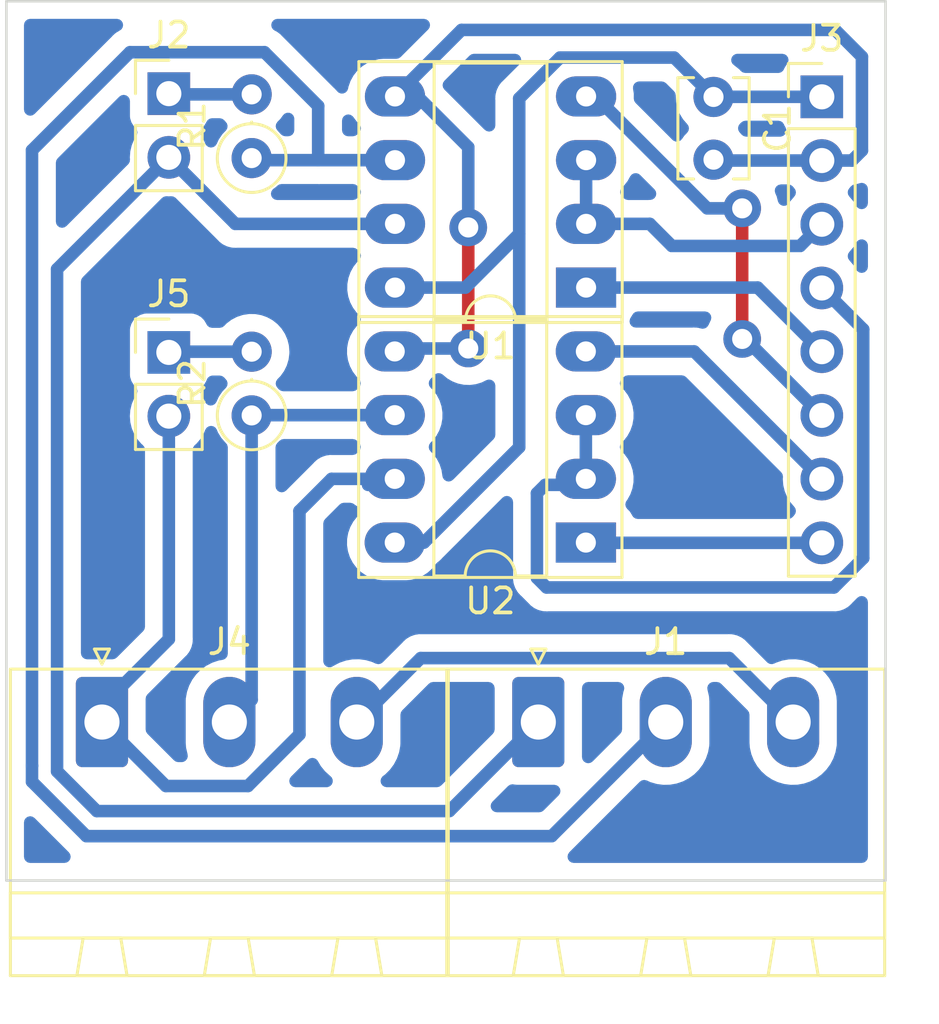
<source format=kicad_pcb>
(kicad_pcb (version 20211014) (generator pcbnew)
  (layers (0 "F.Cu" signal) (31 "B.Cu" signal) (34 "B.Paste" user) (35 "F.Paste" user) (36 "B.SilkS" user "B.Silkscreen") (37 "F.SilkS" user "F.Silkscreen") (38 "B.Mask" user) (39 "F.Mask" user) (44 "Edge.Cuts" user))
  (net 0 "")
  (net 1 "+5V")
  (net 2 "GND")
  (net 3 "Net-(J1-Pad1)")
  (net 4 "Net-(J1-Pad2)")
  (net 5 "Earth_Protective")
  (net 6 "Net-(J2-Pad1)")
  (net 7 "/DE0")
  (net 8 "/DE1")
  (net 9 "/RX0")
  (net 10 "/TX0")
  (net 11 "/TX1")
  (net 12 "/RX1")
  (net 13 "Net-(J4-Pad1)")
  (net 14 "Net-(J4-Pad2)")
  (net 15 "Net-(J5-Pad1)")
  (footprint "Resistor_THT:R_Axial_DIN0207_L6.3mm_D2.5mm_P2.54mm_Vertical" (layer "F.Cu") (at 111.887 81.944 90)
    (fp_text reference "R1" (at 1.27 -2.37 90) (layer "F.SilkS"))
    (fp_text value "150")
    (fp_line (start 1.37 0) (end 1.44 0) (layer "F.SilkS") (width 0.12))
    (fp_circle (center 0 0) (end 1.37 0) (layer "F.SilkS") (width 0.12) (fill none))
    (pad "1" thru_hole circle (at 0 0 90) (size 1.6 1.6) (drill 0.8) (layers *.Cu *.Mask) (net 4 "Net-(J1-Pad2)"))
    (pad "2" thru_hole oval (at 2.54 0 90) (size 1.6 1.6) (drill 0.8) (layers *.Cu *.Mask) (net 6 "Net-(J2-Pad1)"))
  )
  (footprint "Package_DIP:DIP-8_W7.62mm_Socket_LongPads" (layer "F.Cu") (at 125.212 97.272 180)
    (fp_text reference "U2" (at 3.81 -2.33) (layer "F.SilkS"))
    (fp_text value "SN75176AP")
    (fp_line (start 1.56 -1.33) (end 1.56 8.95) (layer "F.SilkS") (width 0.12))
    (fp_line (start 9.06 9.01) (end 9.06 -1.39) (layer "F.SilkS") (width 0.12))
    (fp_line (start 6.06 8.95) (end 6.06 -1.33) (layer "F.SilkS") (width 0.12))
    (fp_line (start -1.44 9.01) (end 9.06 9.01) (layer "F.SilkS") (width 0.12))
    (fp_line (start 2.81 -1.33) (end 1.56 -1.33) (layer "F.SilkS") (width 0.12))
    (fp_line (start -1.44 -1.39) (end -1.44 9.01) (layer "F.SilkS") (width 0.12))
    (fp_line (start 1.56 8.95) (end 6.06 8.95) (layer "F.SilkS") (width 0.12))
    (fp_line (start 6.06 -1.33) (end 4.81 -1.33) (layer "F.SilkS") (width 0.12))
    (fp_line (start 9.06 -1.39) (end -1.44 -1.39) (layer "F.SilkS") (width 0.12))
    (fp_arc (start 4.81 -1.33) (mid 3.81 -0.33) (end 2.81 -1.33) (layer "F.SilkS") (width 0.12))
    (pad "1" thru_hole rect (at 0 0 180) (size 2.4 1.6) (drill 0.8) (layers *.Cu *.Mask) (net 12 "/RX1"))
    (pad "2" thru_hole oval (at 0 2.54 180) (size 2.4 1.6) (drill 0.8) (layers *.Cu *.Mask) (net 8 "/DE1"))
    (pad "3" thru_hole oval (at 0 5.08 180) (size 2.4 1.6) (drill 0.8) (layers *.Cu *.Mask) (net 8 "/DE1"))
    (pad "4" thru_hole oval (at 0 7.62 180) (size 2.4 1.6) (drill 0.8) (layers *.Cu *.Mask) (net 11 "/TX1"))
    (pad "5" thru_hole oval (at 7.62 7.62 180) (size 2.4 1.6) (drill 0.8) (layers *.Cu *.Mask) (net 2 "GND"))
    (pad "6" thru_hole oval (at 7.62 5.08 180) (size 2.4 1.6) (drill 0.8) (layers *.Cu *.Mask) (net 14 "Net-(J4-Pad2)"))
    (pad "7" thru_hole oval (at 7.62 2.54 180) (size 2.4 1.6) (drill 0.8) (layers *.Cu *.Mask) (net 13 "Net-(J4-Pad1)"))
    (pad "8" thru_hole oval (at 7.62 0 180) (size 2.4 1.6) (drill 0.8) (layers *.Cu *.Mask) (net 1 "+5V"))
  )
  (footprint "Connector_Phoenix_MSTB:PhoenixContact_MSTBA_2,5_3-G-5,08_1x03_P5.08mm_Horizontal" (layer "F.Cu") (at 123.317 104.4265)
    (fp_text reference "J1" (at 5.08 -3.2) (layer "F.SilkS"))
    (fp_text value "RS485 (net0)")
    (fp_line (start 13.81 8.61) (end -3.65 8.61) (layer "F.SilkS") (width 0.12))
    (fp_line (start -3.65 8.61) (end -3.65 6.81) (layer "F.SilkS") (width 0.12))
    (fp_line (start 4.08 10.11) (end 6.08 10.11) (layer "F.SilkS") (width 0.12))
    (fp_line (start 4.33 8.61) (end 4.08 10.11) (layer "F.SilkS") (width 0.12))
    (fp_line (start 0.3 -2.91) (end 0 -2.31) (layer "F.SilkS") (width 0.12))
    (fp_line (start 0 -2.31) (end -0.3 -2.91) (layer "F.SilkS") (width 0.12))
    (fp_line (start 13.81 -2.11) (end -3.65 -2.11) (layer "F.SilkS") (width 0.12))
    (fp_line (start 0.75 8.61) (end -0.75 8.61) (layer "F.SilkS") (width 0.12))
    (fp_line (start -0.75 8.61) (end -1 10.11) (layer "F.SilkS") (width 0.12))
    (fp_line (start 9.41 8.61) (end 9.16 10.11) (layer "F.SilkS") (width 0.12))
    (fp_line (start -3.65 10.11) (end 13.81 10.11) (layer "F.SilkS") (width 0.12))
    (fp_line (start -0.3 -2.91) (end 0.3 -2.91) (layer "F.SilkS") (width 0.12))
    (fp_line (start 9.16 10.11) (end 11.16 10.11) (layer "F.SilkS") (width 0.12))
    (fp_line (start 5.83 8.61) (end 4.33 8.61) (layer "F.SilkS") (width 0.12))
    (fp_line (start 10.91 8.61) (end 9.41 8.61) (layer "F.SilkS") (width 0.12))
    (fp_line (start 11.16 10.11) (end 10.91 8.61) (layer "F.SilkS") (width 0.12))
    (fp_line (start 1 10.11) (end 0.75 8.61) (layer "F.SilkS") (width 0.12))
    (fp_line (start 13.81 10.11) (end 13.81 -2.11) (layer "F.SilkS") (width 0.12))
    (fp_line (start -1 10.11) (end 1 10.11) (layer "F.SilkS") (width 0.12))
    (fp_line (start -3.65 6.81) (end 13.81 6.81) (layer "F.SilkS") (width 0.12))
    (fp_line (start 13.81 6.81) (end 13.81 8.61) (layer "F.SilkS") (width 0.12))
    (fp_line (start 6.08 10.11) (end 5.83 8.61) (layer "F.SilkS") (width 0.12))
    (fp_line (start -3.65 -2.11) (end -3.65 10.11) (layer "F.SilkS") (width 0.12))
    (pad "1" thru_hole roundrect (at 0 0) (size 2.08 3.6) (drill 1.4) (layers *.Cu *.Mask) (roundrect_rratio 0.120192) (net 3 "Net-(J1-Pad1)"))
    (pad "2" thru_hole oval (at 5.08 0) (size 2.08 3.6) (drill 1.4) (layers *.Cu *.Mask) (net 4 "Net-(J1-Pad2)"))
    (pad "3" thru_hole oval (at 10.16 0) (size 2.08 3.6) (drill 1.4) (layers *.Cu *.Mask) (net 5 "Earth_Protective"))
  )
  (footprint "Resistor_THT:R_Axial_DIN0207_L6.3mm_D2.5mm_P2.54mm_Vertical" (layer "F.Cu") (at 111.887 92.202 90)
    (fp_text reference "R2" (at 1.27 -2.37 90) (layer "F.SilkS"))
    (fp_text value "150")
    (fp_line (start 1.37 0) (end 1.44 0) (layer "F.SilkS") (width 0.12))
    (fp_circle (center 0 0) (end 1.37 0) (layer "F.SilkS") (width 0.12) (fill none))
    (pad "1" thru_hole circle (at 0 0 90) (size 1.6 1.6) (drill 0.8) (layers *.Cu *.Mask) (net 14 "Net-(J4-Pad2)"))
    (pad "2" thru_hole oval (at 2.54 0 90) (size 1.6 1.6) (drill 0.8) (layers *.Cu *.Mask) (net 15 "Net-(J5-Pad1)"))
  )
  (footprint "Connector_Phoenix_MSTB:PhoenixContact_MSTBA_2,5_3-G-5,08_1x03_P5.08mm_Horizontal" (layer "F.Cu") (at 105.918 104.4265)
    (fp_text reference "J4" (at 5.08 -3.2) (layer "F.SilkS"))
    (fp_text value "RS485 (net1)")
    (fp_line (start 13.81 -2.11) (end -3.65 -2.11) (layer "F.SilkS") (width 0.12))
    (fp_line (start 9.41 8.61) (end 9.16 10.11) (layer "F.SilkS") (width 0.12))
    (fp_line (start 13.81 8.61) (end -3.65 8.61) (layer "F.SilkS") (width 0.12))
    (fp_line (start -3.65 -2.11) (end -3.65 10.11) (layer "F.SilkS") (width 0.12))
    (fp_line (start -0.75 8.61) (end -1 10.11) (layer "F.SilkS") (width 0.12))
    (fp_line (start -3.65 10.11) (end 13.81 10.11) (layer "F.SilkS") (width 0.12))
    (fp_line (start 4.08 10.11) (end 6.08 10.11) (layer "F.SilkS") (width 0.12))
    (fp_line (start -0.3 -2.91) (end 0.3 -2.91) (layer "F.SilkS") (width 0.12))
    (fp_line (start -1 10.11) (end 1 10.11) (layer "F.SilkS") (width 0.12))
    (fp_line (start 1 10.11) (end 0.75 8.61) (layer "F.SilkS") (width 0.12))
    (fp_line (start 0.3 -2.91) (end 0 -2.31) (layer "F.SilkS") (width 0.12))
    (fp_line (start 4.33 8.61) (end 4.08 10.11) (layer "F.SilkS") (width 0.12))
    (fp_line (start 11.16 10.11) (end 10.91 8.61) (layer "F.SilkS") (width 0.12))
    (fp_line (start 6.08 10.11) (end 5.83 8.61) (layer "F.SilkS") (width 0.12))
    (fp_line (start 0.75 8.61) (end -0.75 8.61) (layer "F.SilkS") (width 0.12))
    (fp_line (start -3.65 6.81) (end 13.81 6.81) (layer "F.SilkS") (width 0.12))
    (fp_line (start 10.91 8.61) (end 9.41 8.61) (layer "F.SilkS") (width 0.12))
    (fp_line (start 5.83 8.61) (end 4.33 8.61) (layer "F.SilkS") (width 0.12))
    (fp_line (start 0 -2.31) (end -0.3 -2.91) (layer "F.SilkS") (width 0.12))
    (fp_line (start 13.81 6.81) (end 13.81 8.61) (layer "F.SilkS") (width 0.12))
    (fp_line (start 13.81 10.11) (end 13.81 -2.11) (layer "F.SilkS") (width 0.12))
    (fp_line (start -3.65 8.61) (end -3.65 6.81) (layer "F.SilkS") (width 0.12))
    (fp_line (start 9.16 10.11) (end 11.16 10.11) (layer "F.SilkS") (width 0.12))
    (pad "1" thru_hole roundrect (at 0 0) (size 2.08 3.6) (drill 1.4) (layers *.Cu *.Mask) (roundrect_rratio 0.120192) (net 13 "Net-(J4-Pad1)"))
    (pad "2" thru_hole oval (at 5.08 0) (size 2.08 3.6) (drill 1.4) (layers *.Cu *.Mask) (net 14 "Net-(J4-Pad2)"))
    (pad "3" thru_hole oval (at 10.16 0) (size 2.08 3.6) (drill 1.4) (layers *.Cu *.Mask) (net 5 "Earth_Protective"))
  )
  (footprint "Connector_PinHeader_2.54mm:PinHeader_1x08_P2.54mm_Vertical" (layer "F.Cu") (at 134.62 79.502)
    (fp_text reference "J3" (at 0 -2.33) (layer "F.SilkS"))
    (fp_text value "Conn_01x08")
    (fp_line (start -1.33 1.27) (end -1.33 19.11) (layer "F.SilkS") (width 0.12))
    (fp_line (start 1.33 1.27) (end 1.33 19.11) (layer "F.SilkS") (width 0.12))
    (fp_line (start -1.33 -1.33) (end 0 -1.33) (layer "F.SilkS") (width 0.12))
    (fp_line (start -1.33 1.27) (end 1.33 1.27) (layer "F.SilkS") (width 0.12))
    (fp_line (start -1.33 0) (end -1.33 -1.33) (layer "F.SilkS") (width 0.12))
    (fp_line (start -1.33 19.11) (end 1.33 19.11) (layer "F.SilkS") (width 0.12))
    (pad "1" thru_hole rect (at 0 0) (size 1.7 1.7) (drill 1) (layers *.Cu *.Mask) (net 1 "+5V"))
    (pad "2" thru_hole oval (at 0 2.54) (size 1.7 1.7) (drill 1) (layers *.Cu *.Mask) (net 2 "GND"))
    (pad "3" thru_hole oval (at 0 5.08) (size 1.7 1.7) (drill 1) (layers *.Cu *.Mask) (net 7 "/DE0"))
    (pad "4" thru_hole oval (at 0 7.62) (size 1.7 1.7) (drill 1) (layers *.Cu *.Mask) (net 8 "/DE1"))
    (pad "5" thru_hole oval (at 0 10.16) (size 1.7 1.7) (drill 1) (layers *.Cu *.Mask) (net 9 "/RX0"))
    (pad "6" thru_hole oval (at 0 12.7) (size 1.7 1.7) (drill 1) (layers *.Cu *.Mask) (net 10 "/TX0"))
    (pad "7" thru_hole oval (at 0 15.24) (size 1.7 1.7) (drill 1) (layers *.Cu *.Mask) (net 11 "/TX1"))
    (pad "8" thru_hole oval (at 0 17.78) (size 1.7 1.7) (drill 1) (layers *.Cu *.Mask) (net 12 "/RX1"))
  )
  (footprint "Package_DIP:DIP-8_W7.62mm_Socket_LongPads" (layer "F.Cu") (at 125.222 87.107 180)
    (fp_text reference "U1" (at 3.81 -2.33) (layer "F.SilkS"))
    (fp_text value "SN75176AP")
    (fp_line (start 9.06 -1.39) (end -1.44 -1.39) (layer "F.SilkS") (width 0.12))
    (fp_line (start -1.44 -1.39) (end -1.44 9.01) (layer "F.SilkS") (width 0.12))
    (fp_line (start 1.56 -1.33) (end 1.56 8.95) (layer "F.SilkS") (width 0.12))
    (fp_line (start 6.06 -1.33) (end 4.81 -1.33) (layer "F.SilkS") (width 0.12))
    (fp_line (start 6.06 8.95) (end 6.06 -1.33) (layer "F.SilkS") (width 0.12))
    (fp_line (start 2.81 -1.33) (end 1.56 -1.33) (layer "F.SilkS") (width 0.12))
    (fp_line (start 9.06 9.01) (end 9.06 -1.39) (layer "F.SilkS") (width 0.12))
    (fp_line (start 1.56 8.95) (end 6.06 8.95) (layer "F.SilkS") (width 0.12))
    (fp_line (start -1.44 9.01) (end 9.06 9.01) (layer "F.SilkS") (width 0.12))
    (fp_arc (start 4.81 -1.33) (mid 3.81 -0.33) (end 2.81 -1.33) (layer "F.SilkS") (width 0.12))
    (pad "1" thru_hole rect (at 0 0 180) (size 2.4 1.6) (drill 0.8) (layers *.Cu *.Mask) (net 9 "/RX0"))
    (pad "2" thru_hole oval (at 0 2.54 180) (size 2.4 1.6) (drill 0.8) (layers *.Cu *.Mask) (net 7 "/DE0"))
    (pad "3" thru_hole oval (at 0 5.08 180) (size 2.4 1.6) (drill 0.8) (layers *.Cu *.Mask) (net 7 "/DE0"))
    (pad "4" thru_hole oval (at 0 7.62 180) (size 2.4 1.6) (drill 0.8) (layers *.Cu *.Mask) (net 10 "/TX0"))
    (pad "5" thru_hole oval (at 7.62 7.62 180) (size 2.4 1.6) (drill 0.8) (layers *.Cu *.Mask) (net 2 "GND"))
    (pad "6" thru_hole oval (at 7.62 5.08 180) (size 2.4 1.6) (drill 0.8) (layers *.Cu *.Mask) (net 4 "Net-(J1-Pad2)"))
    (pad "7" thru_hole oval (at 7.62 2.54 180) (size 2.4 1.6) (drill 0.8) (layers *.Cu *.Mask) (net 3 "Net-(J1-Pad1)"))
    (pad "8" thru_hole oval (at 7.62 0 180) (size 2.4 1.6) (drill 0.8) (layers *.Cu *.Mask) (net 1 "+5V"))
  )
  (footprint "Connector_PinHeader_2.54mm:PinHeader_1x02_P2.54mm_Vertical" (layer "F.Cu") (at 108.585 89.691)
    (fp_text reference "J5" (at 0 -2.33) (layer "F.SilkS"))
    (fp_text value "terminal")
    (fp_line (start -1.33 1.27) (end 1.33 1.27) (layer "F.SilkS") (width 0.12))
    (fp_line (start -1.33 1.27) (end -1.33 3.87) (layer "F.SilkS") (width 0.12))
    (fp_line (start 1.33 1.27) (end 1.33 3.87) (layer "F.SilkS") (width 0.12))
    (fp_line (start -1.33 -1.33) (end 0 -1.33) (layer "F.SilkS") (width 0.12))
    (fp_line (start -1.33 0) (end -1.33 -1.33) (layer "F.SilkS") (width 0.12))
    (fp_line (start -1.33 3.87) (end 1.33 3.87) (layer "F.SilkS") (width 0.12))
    (pad "1" thru_hole rect (at 0 0) (size 1.7 1.7) (drill 1) (layers *.Cu *.Mask) (net 15 "Net-(J5-Pad1)"))
    (pad "2" thru_hole oval (at 0 2.54) (size 1.7 1.7) (drill 1) (layers *.Cu *.Mask) (net 13 "Net-(J4-Pad1)"))
  )
  (footprint "Connector_PinHeader_2.54mm:PinHeader_1x02_P2.54mm_Vertical" (layer "F.Cu") (at 108.585 79.375)
    (fp_text reference "J2" (at 0 -2.33) (layer "F.SilkS"))
    (fp_text value "terminal")
    (fp_line (start -1.33 3.87) (end 1.33 3.87) (layer "F.SilkS") (width 0.12))
    (fp_line (start -1.33 1.27) (end -1.33 3.87) (layer "F.SilkS") (width 0.12))
    (fp_line (start -1.33 0) (end -1.33 -1.33) (layer "F.SilkS") (width 0.12))
    (fp_line (start -1.33 1.27) (end 1.33 1.27) (layer "F.SilkS") (width 0.12))
    (fp_line (start 1.33 1.27) (end 1.33 3.87) (layer "F.SilkS") (width 0.12))
    (fp_line (start -1.33 -1.33) (end 0 -1.33) (layer "F.SilkS") (width 0.12))
    (pad "1" thru_hole rect (at 0 0) (size 1.7 1.7) (drill 1) (layers *.Cu *.Mask) (net 6 "Net-(J2-Pad1)"))
    (pad "2" thru_hole oval (at 0 2.54) (size 1.7 1.7) (drill 1) (layers *.Cu *.Mask) (net 3 "Net-(J1-Pad1)"))
  )
  (footprint "Capacitor_THT:C_Disc_D3.8mm_W2.6mm_P2.50mm" (layer "F.Cu") (at 130.302 79.507 -90)
    (fp_text reference "C1" (at 1.25 -2.55 90) (layer "F.SilkS"))
    (fp_text value "100nF")
    (fp_line (start 3.27 0.795) (end 3.27 1.42) (layer "F.SilkS") (width 0.12))
    (fp_line (start -0.77 0.795) (end -0.77 1.42) (layer "F.SilkS") (width 0.12))
    (fp_line (start -0.77 -1.42) (end 3.27 -1.42) (layer "F.SilkS") (width 0.12))
    (fp_line (start -0.77 1.42) (end 3.27 1.42) (layer "F.SilkS") (width 0.12))
    (fp_line (start -0.77 -1.42) (end -0.77 -0.795) (layer "F.SilkS") (width 0.12))
    (fp_line (start 3.27 -1.42) (end 3.27 -0.795) (layer "F.SilkS") (width 0.12))
    (pad "1" thru_hole circle (at 0 0 270) (size 1.6 1.6) (drill 0.8) (layers *.Cu *.Mask) (net 1 "+5V"))
    (pad "2" thru_hole circle (at 2.5 0 270) (size 1.6 1.6) (drill 0.8) (layers *.Cu *.Mask) (net 2 "GND"))
  )
  (gr_line (start 137.16 75.692) (end 137.16 110.744) (layer "Edge.Cuts") (width 0.1))
  (gr_line (start 137.16 110.744) (end 102.108 110.744) (layer "Edge.Cuts") (width 0.1))
  (gr_line (start 102.108 75.692) (end 137.16 75.692) (layer "Edge.Cuts") (width 0.1))
  (gr_line (start 102.108 110.744) (end 102.108 75.692) (layer "Edge.Cuts") (width 0.1))
  (segment (start 117.592 97.511) (end 118.492 97.511) (width 0.5) (layer "B.Cu") (net 1))
  (segment (start 117.592 97.272) (end 118.755 97.272) (width 0.5) (layer "B.Cu") (net 1))
  (segment (start 134.62 79.502) (end 130.307 79.502) (width 0.5) (layer "B.Cu") (net 1))
  (segment (start 118.755 97.272) (end 122.555 93.472) (width 0.5) (layer "B.Cu") (net 1))
  (segment (start 122.555 93.472) (end 122.555 84.963) (width 0.5) (layer "B.Cu") (net 1))
  (segment (start 124.180168 77.93748) (end 122.555 79.562648) (width 0.5) (layer "B.Cu") (net 1))
  (segment (start 128.73248 77.93748) (end 124.180168 77.93748) (width 0.5) (layer "B.Cu") (net 1))
  (segment (start 130.302 79.507) (end 128.73248 77.93748) (width 0.5) (layer "B.Cu") (net 1))
  (segment (start 122.555 84.963) (end 120.411 87.107) (width 0.5) (layer "B.Cu") (net 1))
  (segment (start 122.555 79.562648) (end 122.555 84.963) (width 0.5) (layer "B.Cu") (net 1))
  (segment (start 130.307 79.502) (end 130.302 79.507) (width 0.5) (layer "B.Cu") (net 1))
  (segment (start 120.411 87.107) (end 117.602 87.107) (width 0.5) (layer "B.Cu") (net 1))
  (segment (start 117.592 97.511) (end 117.643352 97.511) (width 0.5) (layer "B.Cu") (net 1))
  (segment (start 120.523 89.535) (end 120.523 89.662) (width 0.5) (layer "F.Cu") (net 2))
  (segment (start 120.523 84.709) (end 120.523 89.535) (width 0.5) (layer "F.Cu") (net 2))
  (via (at 120.523 84.709) (size 1.5) (drill 0.8) (layers "F.Cu" "B.Cu") (net 2))
  (via (at 120.523 89.535) (size 1.5) (drill 0.8) (layers "F.Cu" "B.Cu") (net 2))
  (segment (start 135.152022 76.835) (end 120.254 76.835) (width 0.5) (layer "B.Cu") (net 2))
  (segment (start 117.709 89.535) (end 117.592 89.652) (width 0.5) (layer "B.Cu") (net 2))
  (segment (start 134.62 82.042) (end 130.337 82.042) (width 0.5) (layer "B.Cu") (net 2))
  (segment (start 136.219511 77.902489) (end 135.152022 76.835) (width 0.5) (layer "B.Cu") (net 2))
  (segment (start 120.523 89.535) (end 117.709 89.535) (width 0.5) (layer "B.Cu") (net 2))
  (segment (start 118.502 79.487) (end 117.602 79.487) (width 0.5) (layer "B.Cu") (net 2))
  (segment (start 120.523 81.508) (end 118.502 79.487) (width 0.5) (layer "B.Cu") (net 2))
  (segment (start 136.219511 81.64457) (end 136.219511 77.902489) (width 0.5) (layer "B.Cu") (net 2))
  (segment (start 135.822081 82.042) (end 136.219511 81.64457) (width 0.5) (layer "B.Cu") (net 2))
  (segment (start 134.62 82.042) (end 135.822081 82.042) (width 0.5) (layer "B.Cu") (net 2))
  (segment (start 120.523 84.709) (end 120.523 81.508) (width 0.5) (layer "B.Cu") (net 2))
  (segment (start 130.337 82.042) (end 130.302 82.007) (width 0.5) (layer "B.Cu") (net 2))
  (segment (start 120.254 76.835) (end 117.602 79.487) (width 0.5) (layer "B.Cu") (net 2))
  (segment (start 105.713504 107.975539) (end 119.767961 107.975539) (width 0.5) (layer "B.Cu") (net 3))
  (segment (start 117.602 84.567) (end 111.237 84.567) (width 0.5) (layer "B.Cu") (net 3))
  (segment (start 111.237 84.567) (end 108.585 81.915) (width 0.5) (layer "B.Cu") (net 3))
  (segment (start 119.767961 107.975539) (end 123.317 104.4265) (width 0.5) (layer "B.Cu") (net 3))
  (segment (start 104.12848 86.37152) (end 104.12848 106.390515) (width 0.5) (layer "B.Cu") (net 3))
  (segment (start 104.12848 106.390515) (end 105.713504 107.975539) (width 0.5) (layer "B.Cu") (net 3))
  (segment (start 108.585 81.915) (end 104.12848 86.37152) (width 0.5) (layer "B.Cu") (net 3))
  (segment (start 123.848441 108.975059) (end 128.397 104.4265) (width 0.5) (layer "B.Cu") (net 4))
  (segment (start 114.539 79.864659) (end 114.539 82.027) (width 0.5) (layer "B.Cu") (net 4))
  (segment (start 112.398341 77.724) (end 114.539 79.864659) (width 0.5) (layer "B.Cu") (net 4))
  (segment (start 103.128961 106.16953) (end 103.12896 106.16704) (width 0.5) (layer "B.Cu") (net 4))
  (segment (start 103.128961 106.80453) (end 105.29949 108.975059) (width 0.5) (layer "B.Cu") (net 4))
  (segment (start 111.97 82.027) (end 111.887 81.944) (width 0.5) (layer "B.Cu") (net 4))
  (segment (start 117.602 82.027) (end 111.97 82.027) (width 0.5) (layer "B.Cu") (net 4))
  (segment (start 103.12896 106.16704) (end 103.128961 106.80453) (width 0.5) (layer "B.Cu") (net 4))
  (segment (start 107.036978 77.724) (end 112.398341 77.724) (width 0.5) (layer "B.Cu") (net 4))
  (segment (start 103.12896 106.169529) (end 103.12896 81.632018) (width 0.5) (layer "B.Cu") (net 4))
  (segment (start 103.12896 81.632018) (end 107.036978 77.724) (width 0.5) (layer "B.Cu") (net 4))
  (segment (start 105.29949 108.975059) (end 123.848441 108.975059) (width 0.5) (layer "B.Cu") (net 4))
  (segment (start 118.62752 101.87698) (end 130.92748 101.87698) (width 0.5) (layer "B.Cu") (net 5))
  (segment (start 116.078 104.4265) (end 118.62752 101.87698) (width 0.5) (layer "B.Cu") (net 5))
  (segment (start 130.92748 101.87698) (end 133.477 104.4265) (width 0.5) (layer "B.Cu") (net 5))
  (segment (start 108.614 79.404) (end 108.585 79.375) (width 0.5) (layer "B.Cu") (net 6))
  (segment (start 111.887 79.404) (end 108.614 79.404) (width 0.5) (layer "B.Cu") (net 6))
  (segment (start 125.222 84.567) (end 125.222 82.027) (width 0.5) (layer "B.Cu") (net 7))
  (segment (start 127.762 84.567) (end 127.7695 84.5745) (width 0.5) (layer "B.Cu") (net 7))
  (segment (start 133.755489 85.446511) (end 128.641511 85.446511) (width 0.5) (layer "B.Cu") (net 7))
  (segment (start 125.237 84.582) (end 125.222 84.567) (width 0.5) (layer "B.Cu") (net 7))
  (segment (start 125.222 84.567) (end 127.762 84.567) (width 0.5) (layer "B.Cu") (net 7))
  (segment (start 134.62 84.582) (end 133.755489 85.446511) (width 0.5) (layer "B.Cu") (net 7))
  (segment (start 128.641511 85.446511) (end 127.7695 84.5745) (width 0.5) (layer "B.Cu") (net 7))
  (segment (start 125.222 84.567) (end 126.253 84.567) (width 0.5) (layer "B.Cu") (net 7))
  (segment (start 123.596 94.971) (end 125.212 94.971) (width 0.5) (layer "B.Cu") (net 8))
  (segment (start 123.644 99.060511) (end 123.262489 98.679) (width 0.5) (layer "B.Cu") (net 8))
  (segment (start 135.10354 99.060511) (end 123.644 99.060511) (width 0.5) (layer "B.Cu") (net 8))
  (segment (start 136.271 88.773) (end 136.271 97.893051) (width 0.5) (layer "B.Cu") (net 8))
  (segment (start 125.212 92.192) (end 125.212 94.732) (width 0.5) (layer "B.Cu") (net 8))
  (segment (start 123.262489 98.679) (end 123.262489 95.304511) (width 0.5) (layer "B.Cu") (net 8))
  (segment (start 123.262489 95.304511) (end 123.596 94.971) (width 0.5) (layer "B.Cu") (net 8))
  (segment (start 136.271 97.893051) (end 135.10354 99.060511) (width 0.5) (layer "B.Cu") (net 8))
  (segment (start 134.62 87.122) (end 136.271 88.773) (width 0.5) (layer "B.Cu") (net 8))
  (segment (start 125.222 87.107) (end 132.065 87.107) (width 0.5) (layer "B.Cu") (net 9))
  (segment (start 132.065 87.107) (end 134.62 89.662) (width 0.5) (layer "B.Cu") (net 9))
  (segment (start 131.445 89.154) (end 131.445 83.947) (width 0.5) (layer "F.Cu") (net 10))
  (via (at 131.445 83.947) (size 1.5) (drill 0.8) (layers "F.Cu" "B.Cu") (net 10))
  (via (at 131.445 89.154) (size 1.5) (drill 0.8) (layers "F.Cu" "B.Cu") (net 10))
  (segment (start 134.62 92.202) (end 131.572 89.154) (width 0.5) (layer "B.Cu") (net 10))
  (segment (start 131.572 89.154) (end 131.445 89.154) (width 0.5) (layer "B.Cu") (net 10))
  (segment (start 125.590659 79.487) (end 125.222 79.487) (width 0.5) (layer "B.Cu") (net 10))
  (segment (start 131.445 83.947) (end 130.050659 83.947) (width 0.5) (layer "B.Cu") (net 10))
  (segment (start 130.050659 83.947) (end 125.590659 79.487) (width 0.5) (layer "B.Cu") (net 10))
  (segment (start 129.53 89.652) (end 134.62 94.742) (width 0.5) (layer "B.Cu") (net 11))
  (segment (start 125.212 89.652) (end 129.53 89.652) (width 0.5) (layer "B.Cu") (net 11))
  (segment (start 125.441 97.282) (end 125.212 97.511) (width 0.5) (layer "B.Cu") (net 12))
  (segment (start 134.62 97.282) (end 125.222 97.282) (width 0.5) (layer "B.Cu") (net 12))
  (segment (start 125.222 97.282) (end 125.212 97.272) (width 0.5) (layer "B.Cu") (net 12))
  (segment (start 105.918 104.4265) (end 105.918 103.7915) (width 0.5) (layer "B.Cu") (net 13))
  (segment (start 117.592 94.971) (end 116.527737 94.971) (width 0.5) (layer "B.Cu") (net 13))
  (segment (start 115.072 94.732) (end 113.792 96.012) (width 0.5) (layer "B.Cu") (net 13))
  (segment (start 113.792 96.012) (end 113.792 104.923263) (width 0.5) (layer "B.Cu") (net 13))
  (segment (start 108.46752 106.97602) (end 105.918 104.4265) (width 0.5) (layer "B.Cu") (net 13))
  (segment (start 111.739243 106.97602) (end 108.46752 106.97602) (width 0.5) (layer "B.Cu") (net 13))
  (segment (start 117.592 94.732) (end 115.072 94.732) (width 0.5) (layer "B.Cu") (net 13))
  (segment (start 105.918 103.7915) (end 108.585 101.1245) (width 0.5) (layer "B.Cu") (net 13))
  (segment (start 108.585 92.485) (end 108.585 101.1245) (width 0.5) (layer "B.Cu") (net 13))
  (segment (start 113.792 104.923263) (end 111.739243 106.97602) (width 0.5) (layer "B.Cu") (net 13))
  (segment (start 111.887 103.5375) (end 110.998 104.4265) (width 0.5) (layer "B.Cu") (net 14))
  (segment (start 111.887 92.456) (end 111.887 103.5375) (width 0.5) (layer "B.Cu") (net 14))
  (segment (start 112.151 91.938) (end 111.887 92.202) (width 0.5) (layer "B.Cu") (net 14))
  (segment (start 110.998 103.7915) (end 110.998 103.124) (width 0.5) (layer "B.Cu") (net 14))
  (segment (start 117.592 92.192) (end 112.151 92.192) (width 0.5) (layer "B.Cu") (net 14))
  (segment (start 108.614 89.662) (end 108.585 89.691) (width 0.5) (layer "B.Cu") (net 15))
  (segment (start 111.887 89.662) (end 108.614 89.662) (width 0.5) (layer "B.Cu") (net 15))
  (zone (net 0) (net_name "") (layer "B.Cu") (connect_pads (clearance 0.7)) (min_thickness 0.5) (fill yes (thermal_gap 0.508) (thermal_bridge_width 0.508))
    (polygon (pts (xy 137.16 110.744) (xy 102.108 110.617) (xy 102.108 75.692) (xy 137.16 75.692)))
  )
)
</source>
